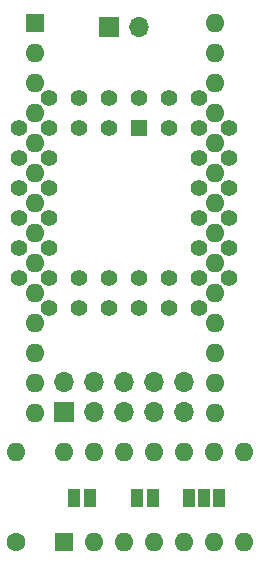
<source format=gbs>
G04 #@! TF.GenerationSoftware,KiCad,Pcbnew,(5.1.9)-1*
G04 #@! TF.CreationDate,2023-07-22T23:25:38+01:00*
G04 #@! TF.ProjectId,ezPLAv2.0,657a504c-4176-4322-9e30-2e6b69636164,v2.0*
G04 #@! TF.SameCoordinates,Original*
G04 #@! TF.FileFunction,Soldermask,Bot*
G04 #@! TF.FilePolarity,Negative*
%FSLAX46Y46*%
G04 Gerber Fmt 4.6, Leading zero omitted, Abs format (unit mm)*
G04 Created by KiCad (PCBNEW (5.1.9)-1) date 2023-07-22 23:25:38*
%MOMM*%
%LPD*%
G01*
G04 APERTURE LIST*
%ADD10R,1.600000X1.600000*%
%ADD11O,1.600000X1.600000*%
%ADD12O,1.700000X1.700000*%
%ADD13R,1.700000X1.700000*%
%ADD14C,1.422400*%
%ADD15R,1.422400X1.422400*%
%ADD16C,1.600000*%
%ADD17R,1.000000X1.500000*%
G04 APERTURE END LIST*
D10*
X140227600Y-102617000D03*
D11*
X155467600Y-135637000D03*
X140227600Y-105157000D03*
X155467600Y-133097000D03*
X140227600Y-107697000D03*
X155467600Y-130557000D03*
X140227600Y-110237000D03*
X155467600Y-128017000D03*
X140227600Y-112777000D03*
X155467600Y-125477000D03*
X140227600Y-115317000D03*
X155467600Y-122937000D03*
X140227600Y-117857000D03*
X155467600Y-120397000D03*
X140227600Y-120397000D03*
X155467600Y-117857000D03*
X140227600Y-122937000D03*
X155467600Y-115317000D03*
X140227600Y-125477000D03*
X155467600Y-112777000D03*
X140227600Y-128017000D03*
X155467600Y-110237000D03*
X140227600Y-130557000D03*
X155467600Y-107697000D03*
X140227600Y-133097000D03*
X155467600Y-105157000D03*
X140227600Y-135637000D03*
X155467600Y-102617000D03*
D12*
X149000000Y-103000000D03*
D13*
X146460000Y-103000000D03*
D14*
X156620000Y-111500000D03*
X156620000Y-114040000D03*
X156620000Y-116580000D03*
X156620000Y-119120000D03*
X156620000Y-121660000D03*
X154080000Y-108960000D03*
X154080000Y-114040000D03*
X154080000Y-116580000D03*
X154080000Y-119120000D03*
X154080000Y-121660000D03*
X154080000Y-124200000D03*
X154080000Y-126740000D03*
X151540000Y-126740000D03*
X149000000Y-126740000D03*
X146460000Y-126740000D03*
X143920000Y-126740000D03*
X141380000Y-126740000D03*
X156620000Y-124200000D03*
X151540000Y-124200000D03*
X149000000Y-124200000D03*
X146460000Y-124200000D03*
X143920000Y-124200000D03*
X141380000Y-124200000D03*
X138840000Y-124200000D03*
X138840000Y-121660000D03*
X138840000Y-119120000D03*
X138840000Y-116580000D03*
X138840000Y-114040000D03*
X138840000Y-111500000D03*
X141380000Y-121660000D03*
X141380000Y-119120000D03*
X141380000Y-116580000D03*
X141380000Y-114040000D03*
X141380000Y-111500000D03*
X151540000Y-108960000D03*
X149000000Y-108960000D03*
X141380000Y-108960000D03*
X143920000Y-108960000D03*
X146460000Y-108960000D03*
X154080000Y-111500000D03*
X151540000Y-111500000D03*
X143920000Y-111500000D03*
X146460000Y-111500000D03*
D15*
X149000000Y-111500000D03*
D13*
X142710000Y-135540000D03*
D12*
X142710000Y-133000000D03*
X145250000Y-135540000D03*
X145250000Y-133000000D03*
X147790000Y-135540000D03*
X147790000Y-133000000D03*
X150330000Y-135540000D03*
X150330000Y-133000000D03*
X152870000Y-135540000D03*
X152870000Y-133000000D03*
D16*
X138575000Y-146575000D03*
D11*
X138575000Y-138955000D03*
D17*
X153215000Y-142850000D03*
X154515000Y-142850000D03*
X155815000Y-142850000D03*
D10*
X142675000Y-146525000D03*
D11*
X157915000Y-138905000D03*
X145215000Y-146525000D03*
X155375000Y-138905000D03*
X147755000Y-146525000D03*
X152835000Y-138905000D03*
X150295000Y-146525000D03*
X150295000Y-138905000D03*
X152835000Y-146525000D03*
X147755000Y-138905000D03*
X155375000Y-146525000D03*
X145215000Y-138905000D03*
X157915000Y-146525000D03*
X142675000Y-138905000D03*
D17*
X143540001Y-142850000D03*
X144840001Y-142850000D03*
X150190001Y-142850000D03*
X148890001Y-142850000D03*
M02*

</source>
